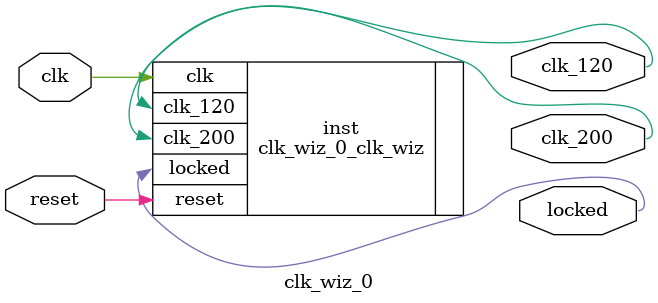
<source format=v>


`timescale 1ps/1ps

(* CORE_GENERATION_INFO = "clk_wiz_0,clk_wiz_v6_0_16_0_0,{component_name=clk_wiz_0,use_phase_alignment=true,use_min_o_jitter=false,use_max_i_jitter=false,use_dyn_phase_shift=false,use_inclk_switchover=false,use_dyn_reconfig=false,enable_axi=0,feedback_source=FDBK_AUTO,PRIMITIVE=MMCM,num_out_clk=2,clkin1_period=10.000,clkin2_period=10.000,use_power_down=false,use_reset=true,use_locked=true,use_inclk_stopped=false,feedback_type=SINGLE,CLOCK_MGR_TYPE=NA,manual_override=false}" *)

module clk_wiz_0 
 (
  // Clock out ports
  output        clk_120,
  output        clk_200,
  // Status and control signals
  input         reset,
  output        locked,
 // Clock in ports
  input         clk
 );

  clk_wiz_0_clk_wiz inst
  (
  // Clock out ports  
  .clk_120(clk_120),
  .clk_200(clk_200),
  // Status and control signals               
  .reset(reset), 
  .locked(locked),
 // Clock in ports
  .clk(clk)
  );

endmodule

</source>
